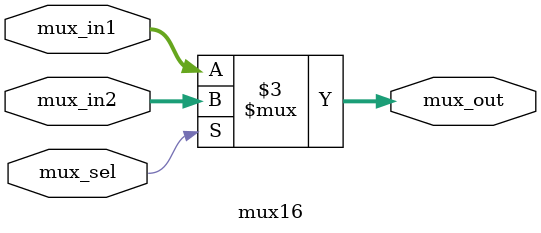
<source format=v>
module mux16 (mux_sel,mux_in1,mux_in2,mux_out);

	input [15:0] mux_in1;
	input [15:0] mux_in2;
	input mux_sel;
	output [15:0] mux_out;
	reg [15:0] mux_out;

	always @(mux_sel or mux_in1 or mux_in2) begin : proc_
		if(mux_sel) begin
			 mux_out= mux_in2;
		end else begin
			 mux_out= mux_in1;
		end
	end

endmodule
</source>
